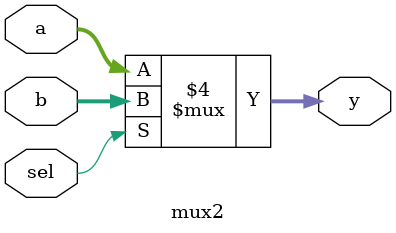
<source format=v>
module mux2(	
	input wire [3:0] a, 
	input wire [3:0] b,
	input wire sel, 
	output reg [3:0] y
);

	always@(a,b,sel)begin
		if(sel==1)begin 
			y = b; 
		end 
		else begin 
			y = a; 
		end 
	end
endmodule 
</source>
